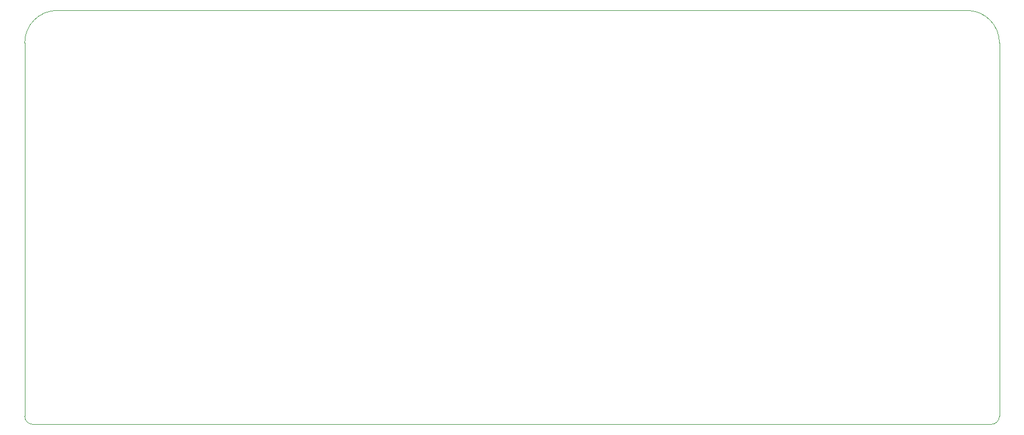
<source format=gm1>
G04 #@! TF.GenerationSoftware,KiCad,Pcbnew,9.0.0+dfsg-1*
G04 #@! TF.CreationDate,2025-03-20T13:58:07-04:00*
G04 #@! TF.ProjectId,breakout,62726561-6b6f-4757-942e-6b696361645f,A.27*
G04 #@! TF.SameCoordinates,Original*
G04 #@! TF.FileFunction,Profile,NP*
%FSLAX46Y46*%
G04 Gerber Fmt 4.6, Leading zero omitted, Abs format (unit mm)*
G04 Created by KiCad (PCBNEW 9.0.0+dfsg-1) date 2025-03-20 13:58:07*
%MOMM*%
%LPD*%
G01*
G04 APERTURE LIST*
G04 #@! TA.AperFunction,Profile*
%ADD10C,0.100000*%
G04 #@! TD*
G04 #@! TA.AperFunction,Profile*
%ADD11C,0.050000*%
G04 #@! TD*
G04 APERTURE END LIST*
D10*
X30480000Y-66040000D02*
X172720000Y-66040000D01*
X25400000Y-129540000D02*
X25400000Y-71120000D01*
D11*
X177800000Y-129540000D02*
G75*
G02*
X176530000Y-130810000I-1270000J0D01*
G01*
D10*
X177800000Y-71120000D02*
X177800000Y-129540000D01*
D11*
X25400000Y-71120000D02*
G75*
G02*
X30480000Y-66040000I5080000J0D01*
G01*
X172720000Y-66040000D02*
G75*
G02*
X177800000Y-71120000I0J-5080000D01*
G01*
D10*
X176530000Y-130810000D02*
X26670000Y-130810000D01*
D11*
X26670000Y-130810000D02*
G75*
G02*
X25400000Y-129540000I0J1270000D01*
G01*
M02*

</source>
